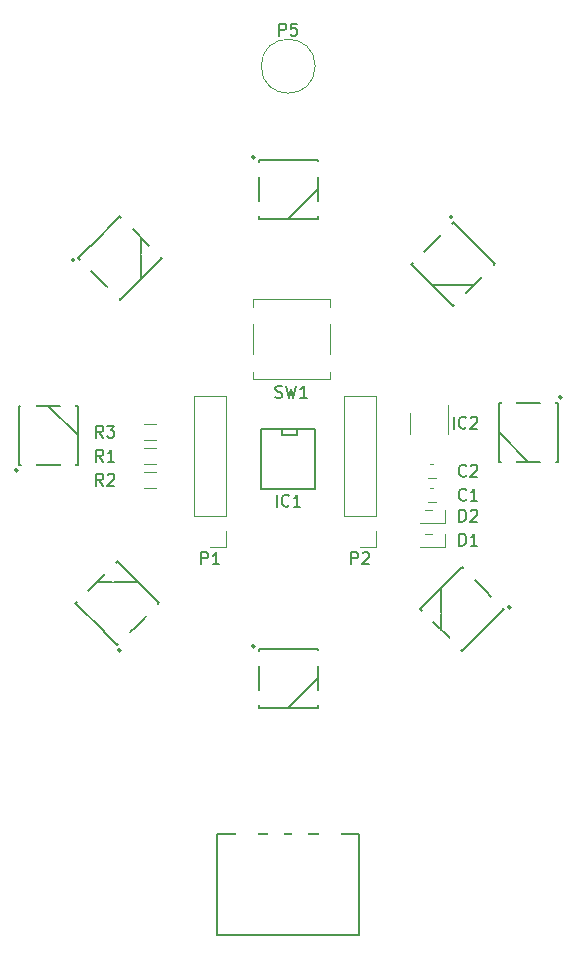
<source format=gto>
G04 #@! TF.FileFunction,Legend,Top*
%FSLAX46Y46*%
G04 Gerber Fmt 4.6, Leading zero omitted, Abs format (unit mm)*
G04 Created by KiCad (PCBNEW 4.0.5) date Sunday, March 19, 2017 'PMt' 07:52:30 PM*
%MOMM*%
%LPD*%
G01*
G04 APERTURE LIST*
%ADD10C,0.100000*%
%ADD11C,0.120000*%
%ADD12C,0.150000*%
%ADD13R,1.600000X1.150000*%
%ADD14R,1.000000X1.200000*%
%ADD15R,1.543000X0.908000*%
%ADD16R,1.050000X1.960000*%
%ADD17R,1.900000X7.900000*%
%ADD18R,1.400000X6.900000*%
%ADD19R,1.900000X1.300000*%
%ADD20R,1.300000X1.900000*%
%ADD21R,2.100000X2.100000*%
%ADD22O,2.100000X2.100000*%
%ADD23R,1.600000X1.300000*%
%ADD24R,3.150000X1.400000*%
%ADD25C,1.920000*%
%ADD26C,3.100000*%
%ADD27C,4.464000*%
G04 APERTURE END LIST*
D10*
D11*
X144876000Y-125568000D02*
X144176000Y-125568000D01*
X144176000Y-124368000D02*
X144876000Y-124368000D01*
X144176000Y-122336000D02*
X144876000Y-122336000D01*
X144876000Y-123536000D02*
X144176000Y-123536000D01*
X145572000Y-129328000D02*
X145572000Y-128228000D01*
X145572000Y-128228000D02*
X143472000Y-128228000D01*
X145572000Y-129328000D02*
X143472000Y-129328000D01*
X145572000Y-127296000D02*
X145572000Y-126196000D01*
X145572000Y-126196000D02*
X143472000Y-126196000D01*
X145572000Y-127296000D02*
X143472000Y-127296000D01*
D12*
X134620000Y-119380000D02*
X134620000Y-124460000D01*
X134620000Y-124460000D02*
X130048000Y-124460000D01*
X130048000Y-124460000D02*
X130048000Y-119380000D01*
X130048000Y-119380000D02*
X134620000Y-119380000D01*
X133096000Y-119380000D02*
X133096000Y-119888000D01*
X133096000Y-119888000D02*
X131826000Y-119888000D01*
X131826000Y-119888000D02*
X131826000Y-119380000D01*
D11*
X142662000Y-117972000D02*
X142662000Y-119772000D01*
X145882000Y-119772000D02*
X145882000Y-117322000D01*
D12*
X138334000Y-153626000D02*
X126334000Y-153626000D01*
X126334000Y-162226000D02*
X126334000Y-153626000D01*
X138334000Y-162226000D02*
X126334000Y-162226000D01*
X138334000Y-162226000D02*
X138334000Y-153626000D01*
X132334000Y-101560000D02*
X134834000Y-99060000D01*
X129834000Y-96560000D02*
X129834000Y-96760000D01*
X131384000Y-96560000D02*
X129834000Y-96560000D01*
X129834000Y-98760000D02*
X129834000Y-98060000D01*
X134834000Y-96560000D02*
X131334000Y-96560000D01*
X129834000Y-98760000D02*
X129834000Y-101360000D01*
X129525421Y-96360000D02*
G75*
G03X129525421Y-96360000I-141421J0D01*
G01*
X134834000Y-98060000D02*
X134834000Y-100060000D01*
X134834000Y-101360000D02*
X134834000Y-101560000D01*
X134834000Y-101560000D02*
X129834000Y-101560000D01*
X129834000Y-101560000D02*
X129834000Y-101360000D01*
X134834000Y-96560000D02*
X134834000Y-96710000D01*
X144536233Y-107177767D02*
X148071767Y-107177767D01*
X146304000Y-101874466D02*
X146162579Y-102015887D01*
X147400016Y-102970482D02*
X146304000Y-101874466D01*
X144748365Y-103430101D02*
X145243340Y-102935126D01*
X149839534Y-105410000D02*
X147364660Y-102935126D01*
X144748365Y-103430101D02*
X142909887Y-105268579D01*
X146268644Y-101414847D02*
G75*
G03X146268644Y-101414847I-141421J0D01*
G01*
X148778874Y-106470660D02*
X147364660Y-107884874D01*
X146445421Y-108804113D02*
X146304000Y-108945534D01*
X146304000Y-108945534D02*
X142768466Y-105410000D01*
X142768466Y-105410000D02*
X142909887Y-105268579D01*
X149839534Y-105410000D02*
X149733468Y-105516066D01*
X150154000Y-119634000D02*
X152654000Y-122134000D01*
X155154000Y-117134000D02*
X154954000Y-117134000D01*
X155154000Y-118684000D02*
X155154000Y-117134000D01*
X152954000Y-117134000D02*
X153654000Y-117134000D01*
X155154000Y-122134000D02*
X155154000Y-118634000D01*
X152954000Y-117134000D02*
X150354000Y-117134000D01*
X155495421Y-116684000D02*
G75*
G03X155495421Y-116684000I-141421J0D01*
G01*
X153654000Y-122134000D02*
X151654000Y-122134000D01*
X150354000Y-122134000D02*
X150154000Y-122134000D01*
X150154000Y-122134000D02*
X150154000Y-117134000D01*
X150154000Y-117134000D02*
X150354000Y-117134000D01*
X155154000Y-122134000D02*
X155004000Y-122134000D01*
X145298233Y-132852233D02*
X145298233Y-136387767D01*
X150601534Y-134620000D02*
X150460113Y-134478579D01*
X149505518Y-135716016D02*
X150601534Y-134620000D01*
X149045899Y-133064365D02*
X149540874Y-133559340D01*
X147066000Y-138155534D02*
X149540874Y-135680660D01*
X149045899Y-133064365D02*
X147207421Y-131225887D01*
X151202574Y-134443223D02*
G75*
G03X151202574Y-134443223I-141421J0D01*
G01*
X146005340Y-137094874D02*
X144591126Y-135680660D01*
X143671887Y-134761421D02*
X143530466Y-134620000D01*
X143530466Y-134620000D02*
X147066000Y-131084466D01*
X147066000Y-131084466D02*
X147207421Y-131225887D01*
X147066000Y-138155534D02*
X146959934Y-138049468D01*
X119623767Y-132344233D02*
X116088233Y-132344233D01*
X117856000Y-137647534D02*
X117997421Y-137506113D01*
X116759984Y-136551518D02*
X117856000Y-137647534D01*
X119411635Y-136091899D02*
X118916660Y-136586874D01*
X114320466Y-134112000D02*
X116795340Y-136586874D01*
X119411635Y-136091899D02*
X121250113Y-134253421D01*
X118174198Y-138107153D02*
G75*
G03X118174198Y-138107153I-141421J0D01*
G01*
X115381126Y-133051340D02*
X116795340Y-131637126D01*
X117714579Y-130717887D02*
X117856000Y-130576466D01*
X117856000Y-130576466D02*
X121391534Y-134112000D01*
X121391534Y-134112000D02*
X121250113Y-134253421D01*
X114320466Y-134112000D02*
X114426532Y-134005934D01*
X114514000Y-119888000D02*
X112014000Y-117388000D01*
X109514000Y-122388000D02*
X109714000Y-122388000D01*
X109514000Y-120838000D02*
X109514000Y-122388000D01*
X111714000Y-122388000D02*
X111014000Y-122388000D01*
X109514000Y-117388000D02*
X109514000Y-120888000D01*
X111714000Y-122388000D02*
X114314000Y-122388000D01*
X109455421Y-122838000D02*
G75*
G03X109455421Y-122838000I-141421J0D01*
G01*
X111014000Y-117388000D02*
X113014000Y-117388000D01*
X114314000Y-117388000D02*
X114514000Y-117388000D01*
X114514000Y-117388000D02*
X114514000Y-122388000D01*
X114514000Y-122388000D02*
X114314000Y-122388000D01*
X109514000Y-117388000D02*
X109664000Y-117388000D01*
X119877767Y-106669767D02*
X119877767Y-103134233D01*
X114574466Y-104902000D02*
X114715887Y-105043421D01*
X115670482Y-103805984D02*
X114574466Y-104902000D01*
X116130101Y-106457635D02*
X115635126Y-105962660D01*
X118110000Y-101366466D02*
X115635126Y-103841340D01*
X116130101Y-106457635D02*
X117968579Y-108296113D01*
X114256268Y-105078777D02*
G75*
G03X114256268Y-105078777I-141421J0D01*
G01*
X119170660Y-102427126D02*
X120584874Y-103841340D01*
X121504113Y-104760579D02*
X121645534Y-104902000D01*
X121645534Y-104902000D02*
X118110000Y-108437534D01*
X118110000Y-108437534D02*
X117968579Y-108296113D01*
X118110000Y-101366466D02*
X118216066Y-101472532D01*
X132334000Y-142962000D02*
X134834000Y-140462000D01*
X129834000Y-137962000D02*
X129834000Y-138162000D01*
X131384000Y-137962000D02*
X129834000Y-137962000D01*
X129834000Y-140162000D02*
X129834000Y-139462000D01*
X134834000Y-137962000D02*
X131334000Y-137962000D01*
X129834000Y-140162000D02*
X129834000Y-142762000D01*
X129525421Y-137762000D02*
G75*
G03X129525421Y-137762000I-141421J0D01*
G01*
X134834000Y-139462000D02*
X134834000Y-141462000D01*
X134834000Y-142762000D02*
X134834000Y-142962000D01*
X134834000Y-142962000D02*
X129834000Y-142962000D01*
X129834000Y-142962000D02*
X129834000Y-142762000D01*
X134834000Y-137962000D02*
X134834000Y-138112000D01*
D11*
X127060000Y-126746000D02*
X127060000Y-116526000D01*
X127060000Y-116526000D02*
X124400000Y-116526000D01*
X124400000Y-116526000D02*
X124400000Y-126746000D01*
X124400000Y-126746000D02*
X127060000Y-126746000D01*
X127060000Y-128016000D02*
X127060000Y-129346000D01*
X127060000Y-129346000D02*
X125730000Y-129346000D01*
X139760000Y-126746000D02*
X139760000Y-116526000D01*
X139760000Y-116526000D02*
X137100000Y-116526000D01*
X137100000Y-116526000D02*
X137100000Y-126746000D01*
X137100000Y-126746000D02*
X139760000Y-126746000D01*
X139760000Y-128016000D02*
X139760000Y-129346000D01*
X139760000Y-129346000D02*
X138430000Y-129346000D01*
X120150000Y-120986000D02*
X121150000Y-120986000D01*
X121150000Y-122346000D02*
X120150000Y-122346000D01*
X120150000Y-123018000D02*
X121150000Y-123018000D01*
X121150000Y-124378000D02*
X120150000Y-124378000D01*
X121150000Y-120314000D02*
X120150000Y-120314000D01*
X120150000Y-118954000D02*
X121150000Y-118954000D01*
X129338000Y-109010000D02*
X129338000Y-108360000D01*
X129338000Y-108360000D02*
X135838000Y-108360000D01*
X135838000Y-108360000D02*
X135838000Y-109010000D01*
X129338000Y-114510000D02*
X129338000Y-115160000D01*
X129338000Y-115160000D02*
X135838000Y-115160000D01*
X135838000Y-115160000D02*
X135838000Y-114510000D01*
X129338000Y-113010000D02*
X129338000Y-110510000D01*
X135838000Y-113010000D02*
X135838000Y-110510000D01*
X134620000Y-88646000D02*
G75*
G03X134620000Y-88646000I-2286000J0D01*
G01*
D12*
X147407334Y-125325143D02*
X147359715Y-125372762D01*
X147216858Y-125420381D01*
X147121620Y-125420381D01*
X146978762Y-125372762D01*
X146883524Y-125277524D01*
X146835905Y-125182286D01*
X146788286Y-124991810D01*
X146788286Y-124848952D01*
X146835905Y-124658476D01*
X146883524Y-124563238D01*
X146978762Y-124468000D01*
X147121620Y-124420381D01*
X147216858Y-124420381D01*
X147359715Y-124468000D01*
X147407334Y-124515619D01*
X148359715Y-125420381D02*
X147788286Y-125420381D01*
X148074000Y-125420381D02*
X148074000Y-124420381D01*
X147978762Y-124563238D01*
X147883524Y-124658476D01*
X147788286Y-124706095D01*
X147407334Y-123293143D02*
X147359715Y-123340762D01*
X147216858Y-123388381D01*
X147121620Y-123388381D01*
X146978762Y-123340762D01*
X146883524Y-123245524D01*
X146835905Y-123150286D01*
X146788286Y-122959810D01*
X146788286Y-122816952D01*
X146835905Y-122626476D01*
X146883524Y-122531238D01*
X146978762Y-122436000D01*
X147121620Y-122388381D01*
X147216858Y-122388381D01*
X147359715Y-122436000D01*
X147407334Y-122483619D01*
X147788286Y-122483619D02*
X147835905Y-122436000D01*
X147931143Y-122388381D01*
X148169239Y-122388381D01*
X148264477Y-122436000D01*
X148312096Y-122483619D01*
X148359715Y-122578857D01*
X148359715Y-122674095D01*
X148312096Y-122816952D01*
X147740667Y-123388381D01*
X148359715Y-123388381D01*
X146835905Y-129230381D02*
X146835905Y-128230381D01*
X147074000Y-128230381D01*
X147216858Y-128278000D01*
X147312096Y-128373238D01*
X147359715Y-128468476D01*
X147407334Y-128658952D01*
X147407334Y-128801810D01*
X147359715Y-128992286D01*
X147312096Y-129087524D01*
X147216858Y-129182762D01*
X147074000Y-129230381D01*
X146835905Y-129230381D01*
X148359715Y-129230381D02*
X147788286Y-129230381D01*
X148074000Y-129230381D02*
X148074000Y-128230381D01*
X147978762Y-128373238D01*
X147883524Y-128468476D01*
X147788286Y-128516095D01*
X146835905Y-127198381D02*
X146835905Y-126198381D01*
X147074000Y-126198381D01*
X147216858Y-126246000D01*
X147312096Y-126341238D01*
X147359715Y-126436476D01*
X147407334Y-126626952D01*
X147407334Y-126769810D01*
X147359715Y-126960286D01*
X147312096Y-127055524D01*
X147216858Y-127150762D01*
X147074000Y-127198381D01*
X146835905Y-127198381D01*
X147788286Y-126293619D02*
X147835905Y-126246000D01*
X147931143Y-126198381D01*
X148169239Y-126198381D01*
X148264477Y-126246000D01*
X148312096Y-126293619D01*
X148359715Y-126388857D01*
X148359715Y-126484095D01*
X148312096Y-126626952D01*
X147740667Y-127198381D01*
X148359715Y-127198381D01*
X131357810Y-125928381D02*
X131357810Y-124928381D01*
X132405429Y-125833143D02*
X132357810Y-125880762D01*
X132214953Y-125928381D01*
X132119715Y-125928381D01*
X131976857Y-125880762D01*
X131881619Y-125785524D01*
X131834000Y-125690286D01*
X131786381Y-125499810D01*
X131786381Y-125356952D01*
X131834000Y-125166476D01*
X131881619Y-125071238D01*
X131976857Y-124976000D01*
X132119715Y-124928381D01*
X132214953Y-124928381D01*
X132357810Y-124976000D01*
X132405429Y-125023619D01*
X133357810Y-125928381D02*
X132786381Y-125928381D01*
X133072095Y-125928381D02*
X133072095Y-124928381D01*
X132976857Y-125071238D01*
X132881619Y-125166476D01*
X132786381Y-125214095D01*
X146343810Y-119324381D02*
X146343810Y-118324381D01*
X147391429Y-119229143D02*
X147343810Y-119276762D01*
X147200953Y-119324381D01*
X147105715Y-119324381D01*
X146962857Y-119276762D01*
X146867619Y-119181524D01*
X146820000Y-119086286D01*
X146772381Y-118895810D01*
X146772381Y-118752952D01*
X146820000Y-118562476D01*
X146867619Y-118467238D01*
X146962857Y-118372000D01*
X147105715Y-118324381D01*
X147200953Y-118324381D01*
X147343810Y-118372000D01*
X147391429Y-118419619D01*
X147772381Y-118419619D02*
X147820000Y-118372000D01*
X147915238Y-118324381D01*
X148153334Y-118324381D01*
X148248572Y-118372000D01*
X148296191Y-118419619D01*
X148343810Y-118514857D01*
X148343810Y-118610095D01*
X148296191Y-118752952D01*
X147724762Y-119324381D01*
X148343810Y-119324381D01*
X124991905Y-130798381D02*
X124991905Y-129798381D01*
X125372858Y-129798381D01*
X125468096Y-129846000D01*
X125515715Y-129893619D01*
X125563334Y-129988857D01*
X125563334Y-130131714D01*
X125515715Y-130226952D01*
X125468096Y-130274571D01*
X125372858Y-130322190D01*
X124991905Y-130322190D01*
X126515715Y-130798381D02*
X125944286Y-130798381D01*
X126230000Y-130798381D02*
X126230000Y-129798381D01*
X126134762Y-129941238D01*
X126039524Y-130036476D01*
X125944286Y-130084095D01*
X137691905Y-130798381D02*
X137691905Y-129798381D01*
X138072858Y-129798381D01*
X138168096Y-129846000D01*
X138215715Y-129893619D01*
X138263334Y-129988857D01*
X138263334Y-130131714D01*
X138215715Y-130226952D01*
X138168096Y-130274571D01*
X138072858Y-130322190D01*
X137691905Y-130322190D01*
X138644286Y-129893619D02*
X138691905Y-129846000D01*
X138787143Y-129798381D01*
X139025239Y-129798381D01*
X139120477Y-129846000D01*
X139168096Y-129893619D01*
X139215715Y-129988857D01*
X139215715Y-130084095D01*
X139168096Y-130226952D01*
X138596667Y-130798381D01*
X139215715Y-130798381D01*
X116673334Y-122118381D02*
X116340000Y-121642190D01*
X116101905Y-122118381D02*
X116101905Y-121118381D01*
X116482858Y-121118381D01*
X116578096Y-121166000D01*
X116625715Y-121213619D01*
X116673334Y-121308857D01*
X116673334Y-121451714D01*
X116625715Y-121546952D01*
X116578096Y-121594571D01*
X116482858Y-121642190D01*
X116101905Y-121642190D01*
X117625715Y-122118381D02*
X117054286Y-122118381D01*
X117340000Y-122118381D02*
X117340000Y-121118381D01*
X117244762Y-121261238D01*
X117149524Y-121356476D01*
X117054286Y-121404095D01*
X116673334Y-124150381D02*
X116340000Y-123674190D01*
X116101905Y-124150381D02*
X116101905Y-123150381D01*
X116482858Y-123150381D01*
X116578096Y-123198000D01*
X116625715Y-123245619D01*
X116673334Y-123340857D01*
X116673334Y-123483714D01*
X116625715Y-123578952D01*
X116578096Y-123626571D01*
X116482858Y-123674190D01*
X116101905Y-123674190D01*
X117054286Y-123245619D02*
X117101905Y-123198000D01*
X117197143Y-123150381D01*
X117435239Y-123150381D01*
X117530477Y-123198000D01*
X117578096Y-123245619D01*
X117625715Y-123340857D01*
X117625715Y-123436095D01*
X117578096Y-123578952D01*
X117006667Y-124150381D01*
X117625715Y-124150381D01*
X116673334Y-120086381D02*
X116340000Y-119610190D01*
X116101905Y-120086381D02*
X116101905Y-119086381D01*
X116482858Y-119086381D01*
X116578096Y-119134000D01*
X116625715Y-119181619D01*
X116673334Y-119276857D01*
X116673334Y-119419714D01*
X116625715Y-119514952D01*
X116578096Y-119562571D01*
X116482858Y-119610190D01*
X116101905Y-119610190D01*
X117006667Y-119086381D02*
X117625715Y-119086381D01*
X117292381Y-119467333D01*
X117435239Y-119467333D01*
X117530477Y-119514952D01*
X117578096Y-119562571D01*
X117625715Y-119657810D01*
X117625715Y-119895905D01*
X117578096Y-119991143D01*
X117530477Y-120038762D01*
X117435239Y-120086381D01*
X117149524Y-120086381D01*
X117054286Y-120038762D01*
X117006667Y-119991143D01*
X131254667Y-116664762D02*
X131397524Y-116712381D01*
X131635620Y-116712381D01*
X131730858Y-116664762D01*
X131778477Y-116617143D01*
X131826096Y-116521905D01*
X131826096Y-116426667D01*
X131778477Y-116331429D01*
X131730858Y-116283810D01*
X131635620Y-116236190D01*
X131445143Y-116188571D01*
X131349905Y-116140952D01*
X131302286Y-116093333D01*
X131254667Y-115998095D01*
X131254667Y-115902857D01*
X131302286Y-115807619D01*
X131349905Y-115760000D01*
X131445143Y-115712381D01*
X131683239Y-115712381D01*
X131826096Y-115760000D01*
X132159429Y-115712381D02*
X132397524Y-116712381D01*
X132588001Y-115998095D01*
X132778477Y-116712381D01*
X133016572Y-115712381D01*
X133921334Y-116712381D02*
X133349905Y-116712381D01*
X133635619Y-116712381D02*
X133635619Y-115712381D01*
X133540381Y-115855238D01*
X133445143Y-115950476D01*
X133349905Y-115998095D01*
X131595905Y-86050381D02*
X131595905Y-85050381D01*
X131976858Y-85050381D01*
X132072096Y-85098000D01*
X132119715Y-85145619D01*
X132167334Y-85240857D01*
X132167334Y-85383714D01*
X132119715Y-85478952D01*
X132072096Y-85526571D01*
X131976858Y-85574190D01*
X131595905Y-85574190D01*
X133072096Y-85050381D02*
X132595905Y-85050381D01*
X132548286Y-85526571D01*
X132595905Y-85478952D01*
X132691143Y-85431333D01*
X132929239Y-85431333D01*
X133024477Y-85478952D01*
X133072096Y-85526571D01*
X133119715Y-85621810D01*
X133119715Y-85859905D01*
X133072096Y-85955143D01*
X133024477Y-86002762D01*
X132929239Y-86050381D01*
X132691143Y-86050381D01*
X132595905Y-86002762D01*
X132548286Y-85955143D01*
%LPC*%
D13*
X145476000Y-124968000D03*
X143576000Y-124968000D03*
X143576000Y-122936000D03*
X145476000Y-122936000D03*
D14*
X145122000Y-128778000D03*
X143422000Y-128778000D03*
X145122000Y-126746000D03*
X143422000Y-126746000D03*
D15*
X135509000Y-120015000D03*
X135509000Y-121285000D03*
X135509000Y-122555000D03*
X135509000Y-123825000D03*
X129159000Y-123825000D03*
X129159000Y-122555000D03*
X129159000Y-121285000D03*
X129159000Y-120015000D03*
D16*
X145222000Y-117522000D03*
X144272000Y-117522000D03*
X143322000Y-117522000D03*
X143322000Y-120222000D03*
X145222000Y-120222000D03*
D17*
X135834000Y-157426000D03*
X128834000Y-157426000D03*
D18*
X131334000Y-156926000D03*
X133334000Y-156926000D03*
D19*
X129884000Y-97410000D03*
X129884000Y-100710000D03*
X134784000Y-100710000D03*
X134784000Y-97410000D03*
D10*
G36*
X144606944Y-102298730D02*
X145526183Y-101379491D01*
X146869686Y-102722994D01*
X145950447Y-103642233D01*
X144606944Y-102298730D01*
X144606944Y-102298730D01*
G37*
G36*
X142273491Y-104632183D02*
X143192730Y-103712944D01*
X144536233Y-105056447D01*
X143616994Y-105975686D01*
X142273491Y-104632183D01*
X142273491Y-104632183D01*
G37*
G36*
X145738314Y-108097006D02*
X146657553Y-107177767D01*
X148001056Y-108521270D01*
X147081817Y-109440509D01*
X145738314Y-108097006D01*
X145738314Y-108097006D01*
G37*
G36*
X148071767Y-105763553D02*
X148991006Y-104844314D01*
X150334509Y-106187817D01*
X149415270Y-107107056D01*
X148071767Y-105763553D01*
X148071767Y-105763553D01*
G37*
D20*
X154304000Y-117184000D03*
X151004000Y-117184000D03*
X151004000Y-122084000D03*
X154304000Y-122084000D03*
D10*
G36*
X150177270Y-132922944D02*
X151096509Y-133842183D01*
X149753006Y-135185686D01*
X148833767Y-134266447D01*
X150177270Y-132922944D01*
X150177270Y-132922944D01*
G37*
G36*
X147843817Y-130589491D02*
X148763056Y-131508730D01*
X147419553Y-132852233D01*
X146500314Y-131932994D01*
X147843817Y-130589491D01*
X147843817Y-130589491D01*
G37*
G36*
X144378994Y-134054314D02*
X145298233Y-134973553D01*
X143954730Y-136317056D01*
X143035491Y-135397817D01*
X144378994Y-134054314D01*
X144378994Y-134054314D01*
G37*
G36*
X146712447Y-136387767D02*
X147631686Y-137307006D01*
X146288183Y-138650509D01*
X145368944Y-137731270D01*
X146712447Y-136387767D01*
X146712447Y-136387767D01*
G37*
G36*
X119553056Y-137223270D02*
X118633817Y-138142509D01*
X117290314Y-136799006D01*
X118209553Y-135879767D01*
X119553056Y-137223270D01*
X119553056Y-137223270D01*
G37*
G36*
X121886509Y-134889817D02*
X120967270Y-135809056D01*
X119623767Y-134465553D01*
X120543006Y-133546314D01*
X121886509Y-134889817D01*
X121886509Y-134889817D01*
G37*
G36*
X118421686Y-131424994D02*
X117502447Y-132344233D01*
X116158944Y-131000730D01*
X117078183Y-130081491D01*
X118421686Y-131424994D01*
X118421686Y-131424994D01*
G37*
G36*
X116088233Y-133758447D02*
X115168994Y-134677686D01*
X113825491Y-133334183D01*
X114744730Y-132414944D01*
X116088233Y-133758447D01*
X116088233Y-133758447D01*
G37*
D20*
X110364000Y-122338000D03*
X113664000Y-122338000D03*
X113664000Y-117438000D03*
X110364000Y-117438000D03*
D10*
G36*
X114998730Y-106599056D02*
X114079491Y-105679817D01*
X115422994Y-104336314D01*
X116342233Y-105255553D01*
X114998730Y-106599056D01*
X114998730Y-106599056D01*
G37*
G36*
X117332183Y-108932509D02*
X116412944Y-108013270D01*
X117756447Y-106669767D01*
X118675686Y-107589006D01*
X117332183Y-108932509D01*
X117332183Y-108932509D01*
G37*
G36*
X120797006Y-105467686D02*
X119877767Y-104548447D01*
X121221270Y-103204944D01*
X122140509Y-104124183D01*
X120797006Y-105467686D01*
X120797006Y-105467686D01*
G37*
G36*
X118463553Y-103134233D02*
X117544314Y-102214994D01*
X118887817Y-100871491D01*
X119807056Y-101790730D01*
X118463553Y-103134233D01*
X118463553Y-103134233D01*
G37*
D19*
X129884000Y-138812000D03*
X129884000Y-142112000D03*
X134784000Y-142112000D03*
X134784000Y-138812000D03*
D21*
X125857000Y-128016000D03*
D22*
X125603000Y-125476000D03*
X125857000Y-122936000D03*
X125603000Y-120396000D03*
X125857000Y-117856000D03*
D21*
X138557000Y-128016000D03*
D22*
X138303000Y-125476000D03*
X138557000Y-122936000D03*
X138303000Y-120396000D03*
X138557000Y-117856000D03*
D23*
X121750000Y-121666000D03*
X119550000Y-121666000D03*
X121750000Y-123698000D03*
X119550000Y-123698000D03*
X119550000Y-119634000D03*
X121750000Y-119634000D03*
D24*
X135463000Y-113760000D03*
X129713000Y-113760000D03*
X129713000Y-109760000D03*
X135463000Y-109760000D03*
D25*
X133604000Y-133604000D03*
X131064000Y-133604000D03*
X131064000Y-135604000D03*
X133604000Y-135604000D03*
D26*
X138334000Y-138304000D03*
X126334000Y-138304000D03*
D27*
X132334000Y-88646000D03*
M02*

</source>
